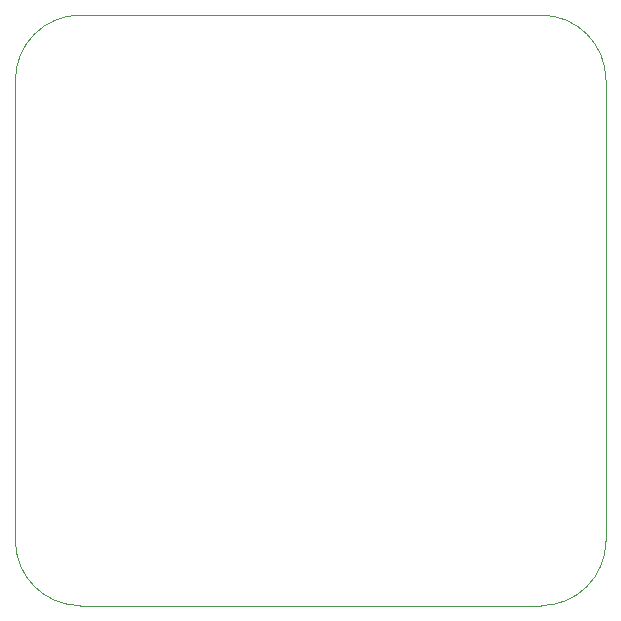
<source format=gbr>
G04 #@! TF.FileFunction,Profile,NP*
%FSLAX46Y46*%
G04 Gerber Fmt 4.6, Leading zero omitted, Abs format (unit mm)*
G04 Created by KiCad (PCBNEW 4.1.0-alpha+201609050731+7118~50~ubuntu16.04.1-product) date Sun Sep 11 12:16:18 2016*
%MOMM*%
%LPD*%
G01*
G04 APERTURE LIST*
%ADD10C,0.100000*%
G04 APERTURE END LIST*
D10*
X163000000Y-113500000D02*
G75*
G03X168500000Y-108000000I0J5500000D01*
G01*
X118500000Y-108000000D02*
G75*
G03X124000000Y-113500000I5500000J0D01*
G01*
X168500000Y-69000000D02*
G75*
G03X163000000Y-63500000I-5500000J0D01*
G01*
X124000000Y-63500000D02*
G75*
G03X118500000Y-69000000I0J-5500000D01*
G01*
X118500000Y-69000000D02*
X118500000Y-108000000D01*
X163000000Y-63500000D02*
X124000000Y-63500000D01*
X168500000Y-108000000D02*
X168500000Y-69000000D01*
X124000000Y-113500000D02*
X163000000Y-113500000D01*
M02*

</source>
